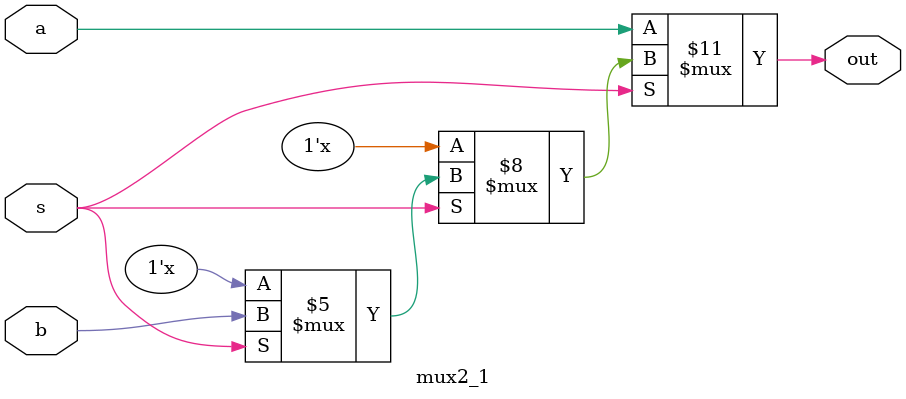
<source format=v>
module mux2_1(input a,b,s,output reg out);
  always@(*)begin
    if(s==0)
      out=a;
   else if(s==1)
      out=b;
    
  end
endmodule
</source>
